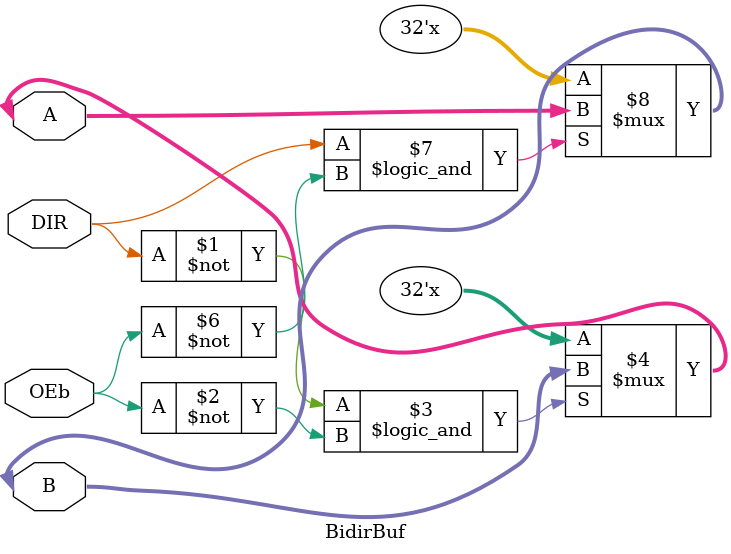
<source format=v>
module BidirBuf(A, B, OEb, DIR);
parameter data_size = 32;
inout [data_size-1:0] A;
inout [data_size-1:0] B;
input OEb, DIR;

assign A = (DIR == 0 && OEb == 0) ? B : 'bz;
assign B = (DIR == 1 && OEb == 0) ? A : 'bz;

endmodule

</source>
